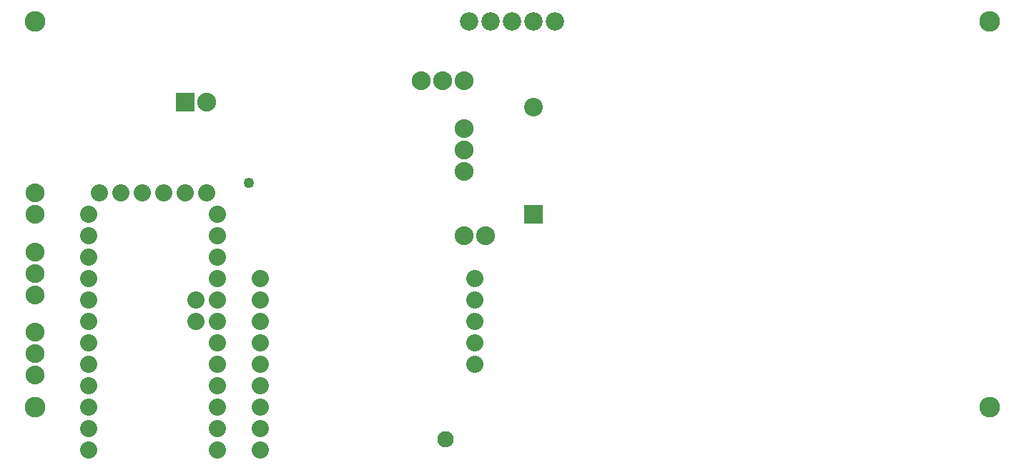
<source format=gbs>
G04 MADE WITH FRITZING*
G04 WWW.FRITZING.ORG*
G04 DOUBLE SIDED*
G04 HOLES PLATED*
G04 CONTOUR ON CENTER OF CONTOUR VECTOR*
%ASAXBY*%
%FSLAX23Y23*%
%MOIN*%
%OFA0B0*%
%SFA1.0B1.0*%
%ADD10C,0.087222*%
%ADD11C,0.086000*%
%ADD12C,0.080000*%
%ADD13C,0.076000*%
%ADD14C,0.096614*%
%ADD15C,0.088000*%
%ADD16C,0.049370*%
%ADD17R,0.087222X0.087222*%
%ADD18R,0.088000X0.088000*%
%LNMASK0*%
G90*
G70*
G54D10*
X2454Y1785D03*
X2454Y1285D03*
G54D11*
X2254Y2185D03*
X2354Y2185D03*
X2454Y2185D03*
X2554Y2185D03*
X2154Y2185D03*
X2254Y2185D03*
X2354Y2185D03*
X2454Y2185D03*
X2554Y2185D03*
X2154Y2185D03*
G54D12*
X2179Y985D03*
X2179Y885D03*
X2179Y785D03*
X2179Y685D03*
X2179Y585D03*
G54D13*
X2044Y235D03*
G54D12*
X1179Y985D03*
X1179Y885D03*
X1179Y785D03*
X1179Y685D03*
X1179Y585D03*
X1179Y485D03*
X1179Y385D03*
X1179Y285D03*
X1179Y185D03*
X379Y1185D03*
X379Y385D03*
X979Y585D03*
X379Y785D03*
X979Y185D03*
X979Y985D03*
X379Y185D03*
X379Y585D03*
X379Y985D03*
X879Y785D03*
X979Y385D03*
X979Y785D03*
X979Y1185D03*
X929Y1385D03*
X829Y1385D03*
X729Y1385D03*
X629Y1385D03*
X529Y1385D03*
X429Y1385D03*
X379Y285D03*
X379Y485D03*
X379Y685D03*
X379Y885D03*
X379Y1085D03*
X379Y1285D03*
X879Y885D03*
X979Y285D03*
X979Y485D03*
X979Y685D03*
X979Y885D03*
X979Y1085D03*
X979Y1285D03*
G54D14*
X4579Y2185D03*
X4579Y385D03*
X129Y385D03*
X129Y2185D03*
G54D15*
X129Y1385D03*
X129Y1285D03*
X2129Y1185D03*
X2229Y1185D03*
X129Y1110D03*
X129Y1010D03*
X129Y910D03*
X129Y735D03*
X129Y635D03*
X129Y535D03*
X2129Y1685D03*
X2129Y1585D03*
X2129Y1485D03*
X1929Y1910D03*
X2029Y1910D03*
X2129Y1910D03*
X829Y1810D03*
X929Y1810D03*
G54D16*
X1128Y1433D03*
G54D17*
X2454Y1285D03*
G54D18*
X829Y1810D03*
G04 End of Mask0*
M02*
</source>
